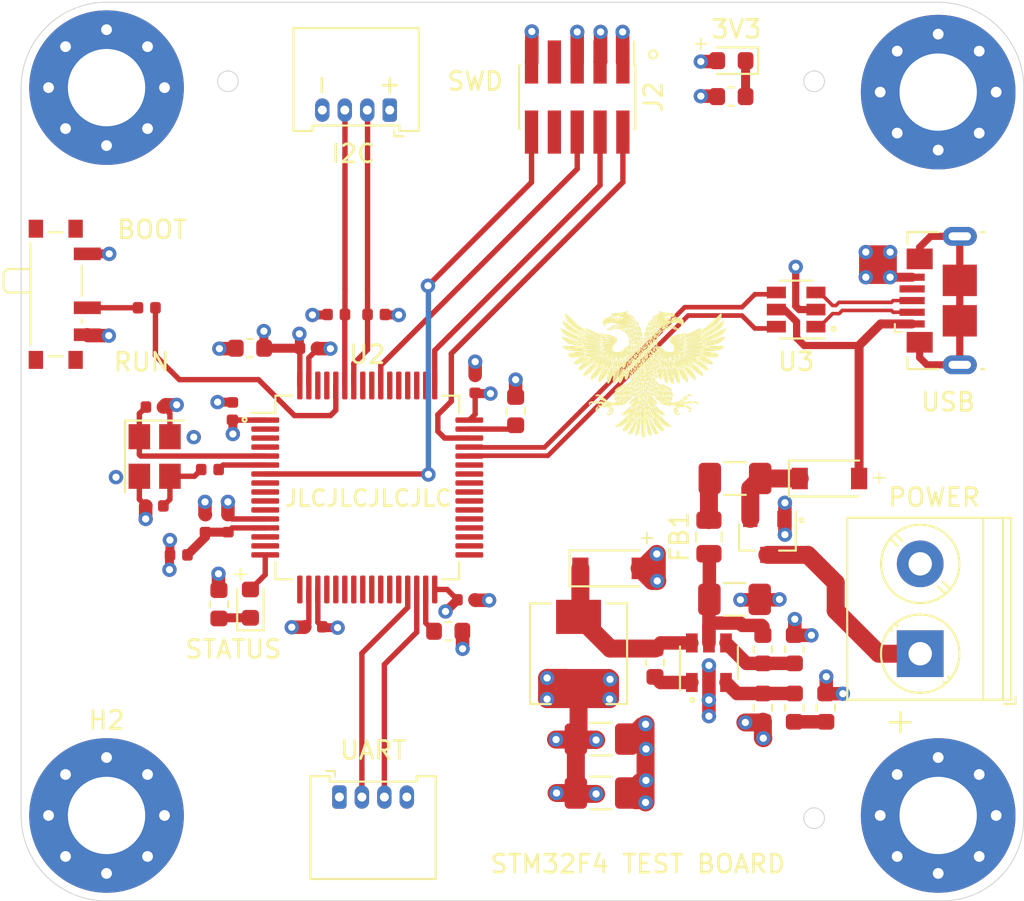
<source format=kicad_pcb>
(kicad_pcb (version 20171130) (host pcbnew "(5.1.6)-1")
  (layers (0 F.Cu signal) (1 In1.Cu power) (2 In2.Cu power) (31 B.Cu signal) (34 B.Paste user) (35 F.Paste user) (36 B.SilkS user) (37 F.SilkS user) (38 B.Mask user) (39 F.Mask user) (44 Edge.Cuts user))
  (net 0 "")
  (net 1 BUCK_IN)
  (net 2 GND)
  (net 3 +3V3)
  (net 4 BUCK_BST)
  (net 5 BUCK_SW)
  (net 6 +3.3VA)
  (net 7 "Net-(C13-Pad1)")
  (net 8 "Net-(C14-Pad1)")
  (net 9 HSE_IN)
  (net 10 "Net-(C16-Pad1)")
  (net 11 +5V)
  (net 12 "Net-(D1-Pad1)")
  (net 13 "Net-(D3-Pad1)")
  (net 14 "Net-(D4-Pad1)")
  (net 15 LED_STATUS)
  (net 16 "Net-(F1-Pad1)")
  (net 17 +12V)
  (net 18 SWDIO)
  (net 19 SWCLK)
  (net 20 SWO)
  (net 21 "Net-(J2-Pad7)")
  (net 22 "Net-(J2-Pad8)")
  (net 23 NRST)
  (net 24 I2C1_SCL)
  (net 25 I2C1_SDA)
  (net 26 USART3_RX)
  (net 27 USART3_TX)
  (net 28 "Net-(J5-Pad6)")
  (net 29 USB_CONN_D-)
  (net 30 "Net-(J5-Pad4)")
  (net 31 USB_CONN_D+)
  (net 32 BUCK_EN)
  (net 33 BUCK_FB)
  (net 34 "Net-(R4-Pad2)")
  (net 35 "Net-(R7-Pad1)")
  (net 36 BOOT0)
  (net 37 HSE_OUT)
  (net 38 "Net-(U2-Pad2)")
  (net 39 "Net-(U2-Pad3)")
  (net 40 "Net-(U2-Pad4)")
  (net 41 "Net-(U2-Pad8)")
  (net 42 "Net-(U2-Pad9)")
  (net 43 "Net-(U2-Pad10)")
  (net 44 "Net-(U2-Pad11)")
  (net 45 "Net-(U2-Pad14)")
  (net 46 "Net-(U2-Pad15)")
  (net 47 "Net-(U2-Pad17)")
  (net 48 "Net-(U2-Pad20)")
  (net 49 "Net-(U2-Pad21)")
  (net 50 "Net-(U2-Pad22)")
  (net 51 "Net-(U2-Pad23)")
  (net 52 "Net-(U2-Pad24)")
  (net 53 "Net-(U2-Pad25)")
  (net 54 "Net-(U2-Pad26)")
  (net 55 "Net-(U2-Pad27)")
  (net 56 "Net-(U2-Pad28)")
  (net 57 "Net-(U2-Pad33)")
  (net 58 "Net-(U2-Pad34)")
  (net 59 "Net-(U2-Pad35)")
  (net 60 "Net-(U2-Pad36)")
  (net 61 "Net-(U2-Pad37)")
  (net 62 "Net-(U2-Pad38)")
  (net 63 "Net-(U2-Pad39)")
  (net 64 "Net-(U2-Pad40)")
  (net 65 "Net-(U2-Pad41)")
  (net 66 "Net-(U2-Pad42)")
  (net 67 "Net-(U2-Pad43)")
  (net 68 USB_D-)
  (net 69 USB_D+)
  (net 70 "Net-(U2-Pad50)")
  (net 71 "Net-(U2-Pad51)")
  (net 72 "Net-(U2-Pad52)")
  (net 73 "Net-(U2-Pad53)")
  (net 74 "Net-(U2-Pad54)")
  (net 75 "Net-(U2-Pad56)")
  (net 76 "Net-(U2-Pad57)")
  (net 77 "Net-(U2-Pad61)")
  (net 78 "Net-(U2-Pad62)")
  (net 79 "Net-(U3-Pad5)")
  (net 80 "Net-(U3-Pad6)")
  (net 81 "Net-(U3-Pad4)")
  (net 82 "Net-(U3-Pad3)")
  (net 83 "Net-(U3-Pad2)")
  (net 84 "Net-(U3-Pad1)")
  (module Graphics:eagle.pretty (layer F.Cu) (at 141.1 74.7)
    (fp_text reference G*** hide)
    (fp_text value LOGO hide)
  )
  (module Connector_PinHeader_1.27mm:PinHeader_2x05_P1.27mm_Vertical_SMD (layer F.Cu) (at 137.425 59.275 270)
    (fp_text reference J2 (at 0 -4.235 90) (layer F.SilkS))
    (fp_text value SWD)
    (pad 10 smd rect (at 1.95 2.54 270) (size 2.4 0.74) (layers F.Cu F.Paste F.Mask) (net 23 NRST))
    (pad 9 smd rect (at -1.95 2.54 270) (size 2.4 0.74) (layers F.Cu F.Paste F.Mask) (net 2 GND))
    (pad 8 smd rect (at 1.95 1.27 270) (size 2.4 0.74) (layers F.Cu F.Paste F.Mask) (net 22 "Net-(J2-Pad8)"))
    (pad 7 smd rect (at -1.95 1.27 270) (size 2.4 0.74) (layers F.Cu F.Paste F.Mask) (net 21 "Net-(J2-Pad7)"))
    (pad 6 smd rect (at 1.95 0 270) (size 2.4 0.74) (layers F.Cu F.Paste F.Mask) (net 20 SWO))
    (pad 5 smd rect (at -1.95 0 270) (size 2.4 0.74) (layers F.Cu F.Paste F.Mask) (net 2 GND))
    (pad 4 smd rect (at 1.95 -1.27 270) (size 2.4 0.74) (layers F.Cu F.Paste F.Mask) (net 19 SWCLK))
    (pad 3 smd rect (at -1.95 -1.27 270) (size 2.4 0.74) (layers F.Cu F.Paste F.Mask) (net 2 GND))
    (pad 2 smd rect (at 1.95 -2.54 270) (size 2.4 0.74) (layers F.Cu F.Paste F.Mask) (net 18 SWDIO))
    (pad 1 smd rect (at -1.95 -2.54 270) (size 2.4 0.74) (layers F.Cu F.Paste F.Mask) (net 3 +3V3))
  )
  (module Connector_USB:USB_Micro-B_GCT_USB3076-30-A (layer F.Cu) (at 157.5 70.6 90)
    (fp_text reference J5)
    (fp_text value USB_B_Micro)
    (pad 6 smd rect (at -2.32 -1.03 90) (size 1.15 1.45) (layers F.Cu F.Paste F.Mask) (net 28 "Net-(J5-Pad6)"))
    (pad 6 smd rect (at 2.32 -1.03 90) (size 1.15 1.45) (layers F.Cu F.Paste F.Mask) (net 28 "Net-(J5-Pad6)"))
    (pad 6 thru_hole oval (at 3.575 1.2 90) (size 1.05 1.9) (drill oval 0.45 1.25) (layers *.Cu *.Mask) (net 28 "Net-(J5-Pad6)"))
    (pad 6 thru_hole oval (at -3.575 1.2 270) (size 1.05 1.9) (drill oval 0.45 1.25) (layers *.Cu *.Mask) (net 28 "Net-(J5-Pad6)"))
    (pad 6 smd rect (at -1.125 1.2 90) (size 1.75 1.9) (layers F.Cu F.Paste F.Mask) (net 28 "Net-(J5-Pad6)"))
    (pad 3 smd rect (at 0 -1.45 90) (size 0.4 1.4) (layers F.Cu F.Paste F.Mask) (net 31 USB_CONN_D+))
    (pad 4 smd rect (at 0.65 -1.45 90) (size 0.4 1.4) (layers F.Cu F.Paste F.Mask) (net 30 "Net-(J5-Pad4)"))
    (pad 5 smd rect (at 1.3 -1.45 90) (size 0.4 1.4) (layers F.Cu F.Paste F.Mask) (net 2 GND))
    (pad 1 smd rect (at -1.3 -1.45 90) (size 0.4 1.4) (layers F.Cu F.Paste F.Mask) (net 11 +5V))
    (pad 2 smd rect (at -0.65 -1.45 90) (size 0.4 1.4) (layers F.Cu F.Paste F.Mask) (net 29 USB_CONN_D-))
    (pad 6 smd rect (at 1.125 1.2 90) (size 1.75 1.9) (layers F.Cu F.Paste F.Mask) (net 28 "Net-(J5-Pad6)"))
  )
  (module Crystal:Crystal_SMD_3225-4Pin_3.2x2.5mm (layer F.Cu) (at 113.925 79.275 270)
    (fp_text reference Y1)
    (fp_text value 16MHz)
    (pad 4 smd rect (at -1.1 -0.85 270) (size 1.4 1.2) (layers F.Cu F.Paste F.Mask) (net 2 GND))
    (pad 3 smd rect (at 1.1 -0.85 270) (size 1.4 1.2) (layers F.Cu F.Paste F.Mask) (net 10 "Net-(C16-Pad1)"))
    (pad 2 smd rect (at 1.1 0.85 270) (size 1.4 1.2) (layers F.Cu F.Paste F.Mask) (net 2 GND))
    (pad 1 smd rect (at -1.1 0.85 270) (size 1.4 1.2) (layers F.Cu F.Paste F.Mask) (net 9 HSE_IN))
  )
  (module Package_TO_SOT_SMD:SOT-23-6 (layer F.Cu) (at 149.6 71.1 180)
    (fp_text reference U3 (at 0 -2.9) (layer F.SilkS))
    (fp_text value USBLC6-2SC6)
    (pad 5 smd rect (at 1.1 0 180) (size 1.06 0.65) (layers F.Cu F.Paste F.Mask) (net 79 "Net-(U3-Pad5)"))
    (pad 6 smd rect (at 1.1 -0.95 180) (size 1.06 0.65) (layers F.Cu F.Paste F.Mask) (net 80 "Net-(U3-Pad6)"))
    (pad 4 smd rect (at 1.1 0.95 180) (size 1.06 0.65) (layers F.Cu F.Paste F.Mask) (net 81 "Net-(U3-Pad4)"))
    (pad 3 smd rect (at -1.1 0.95 180) (size 1.06 0.65) (layers F.Cu F.Paste F.Mask) (net 82 "Net-(U3-Pad3)"))
    (pad 2 smd rect (at -1.1 0 180) (size 1.06 0.65) (layers F.Cu F.Paste F.Mask) (net 83 "Net-(U3-Pad2)"))
    (pad 1 smd rect (at -1.1 -0.95 180) (size 1.06 0.65) (layers F.Cu F.Paste F.Mask) (net 84 "Net-(U3-Pad1)"))
  )
  (module Package_QFP:LQFP-64_10x10mm_P0.5mm (layer F.Cu) (at 125.75 81)
    (fp_text reference U2 (at 0 -7.4) (layer F.SilkS))
    (fp_text value STM32F405RGT6)
    (pad 64 smd roundrect (at -3.75 -5.675) (size 0.3 1.55) (layers F.Cu F.Paste F.Mask) (net 3 +3V3))
    (pad 63 smd roundrect (at -3.25 -5.675) (size 0.3 1.55) (layers F.Cu F.Paste F.Mask) (net 2 GND))
    (pad 62 smd roundrect (at -2.75 -5.675) (size 0.3 1.55) (layers F.Cu F.Paste F.Mask) (net 78 "Net-(U2-Pad62)"))
    (pad 61 smd roundrect (at -2.25 -5.675) (size 0.3 1.55) (layers F.Cu F.Paste F.Mask) (net 77 "Net-(U2-Pad61)"))
    (pad 60 smd roundrect (at -1.75 -5.675) (size 0.3 1.55) (layers F.Cu F.Paste F.Mask) (net 36 BOOT0))
    (pad 59 smd roundrect (at -1.25 -5.675) (size 0.3 1.55) (layers F.Cu F.Paste F.Mask) (net 25 I2C1_SDA))
    (pad 58 smd roundrect (at -0.75 -5.675) (size 0.3 1.55) (layers F.Cu F.Paste F.Mask) (net 24 I2C1_SCL))
    (pad 57 smd roundrect (at -0.25 -5.675) (size 0.3 1.55) (layers F.Cu F.Paste F.Mask) (net 76 "Net-(U2-Pad57)"))
    (pad 56 smd roundrect (at 0.25 -5.675) (size 0.3 1.55) (layers F.Cu F.Paste F.Mask) (net 75 "Net-(U2-Pad56)"))
    (pad 55 smd roundrect (at 0.75 -5.675) (size 0.3 1.55) (layers F.Cu F.Paste F.Mask) (net 20 SWO))
    (pad 54 smd roundrect (at 1.25 -5.675) (size 0.3 1.55) (layers F.Cu F.Paste F.Mask) (net 74 "Net-(U2-Pad54)"))
    (pad 53 smd roundrect (at 1.75 -5.675) (size 0.3 1.55) (layers F.Cu F.Paste F.Mask) (net 73 "Net-(U2-Pad53)"))
    (pad 52 smd roundrect (at 2.25 -5.675) (size 0.3 1.55) (layers F.Cu F.Paste F.Mask) (net 72 "Net-(U2-Pad52)"))
    (pad 51 smd roundrect (at 2.75 -5.675) (size 0.3 1.55) (layers F.Cu F.Paste F.Mask) (net 71 "Net-(U2-Pad51)"))
    (pad 50 smd roundrect (at 3.25 -5.675) (size 0.3 1.55) (layers F.Cu F.Paste F.Mask) (net 70 "Net-(U2-Pad50)"))
    (pad 49 smd roundrect (at 3.75 -5.675) (size 0.3 1.55) (layers F.Cu F.Paste F.Mask) (net 19 SWCLK))
    (pad 48 smd roundrect (at 5.675 -3.75) (size 1.55 0.3) (layers F.Cu F.Paste F.Mask) (net 3 +3V3))
    (pad 47 smd roundrect (at 5.675 -3.25) (size 1.55 0.3) (layers F.Cu F.Paste F.Mask) (net 8 "Net-(C14-Pad1)"))
    (pad 46 smd roundrect (at 5.675 -2.75) (size 1.55 0.3) (layers F.Cu F.Paste F.Mask) (net 18 SWDIO))
    (pad 45 smd roundrect (at 5.675 -2.25) (size 1.55 0.3) (layers F.Cu F.Paste F.Mask) (net 69 USB_D+))
    (pad 44 smd roundrect (at 5.675 -1.75) (size 1.55 0.3) (layers F.Cu F.Paste F.Mask) (net 68 USB_D-))
    (pad 43 smd roundrect (at 5.675 -1.25) (size 1.55 0.3) (layers F.Cu F.Paste F.Mask) (net 67 "Net-(U2-Pad43)"))
    (pad 42 smd roundrect (at 5.675 -0.75) (size 1.55 0.3) (layers F.Cu F.Paste F.Mask) (net 66 "Net-(U2-Pad42)"))
    (pad 41 smd roundrect (at 5.675 -0.25) (size 1.55 0.3) (layers F.Cu F.Paste F.Mask) (net 65 "Net-(U2-Pad41)"))
    (pad 40 smd roundrect (at 5.675 0.25) (size 1.55 0.3) (layers F.Cu F.Paste F.Mask) (net 64 "Net-(U2-Pad40)"))
    (pad 39 smd roundrect (at 5.675 0.75) (size 1.55 0.3) (layers F.Cu F.Paste F.Mask) (net 63 "Net-(U2-Pad39)"))
    (pad 38 smd roundrect (at 5.675 1.25) (size 1.55 0.3) (layers F.Cu F.Paste F.Mask) (net 62 "Net-(U2-Pad38)"))
    (pad 37 smd roundrect (at 5.675 1.75) (size 1.55 0.3) (layers F.Cu F.Paste F.Mask) (net 61 "Net-(U2-Pad37)"))
    (pad 36 smd roundrect (at 5.675 2.25) (size 1.55 0.3) (layers F.Cu F.Paste F.Mask) (net 60 "Net-(U2-Pad36)"))
    (pad 35 smd roundrect (at 5.675 2.75) (size 1.55 0.3) (layers F.Cu F.Paste F.Mask) (net 59 "Net-(U2-Pad35)"))
    (pad 34 smd roundrect (at 5.675 3.25) (size 1.55 0.3) (layers F.Cu F.Paste F.Mask) (net 58 "Net-(U2-Pad34)"))
    (pad 33 smd roundrect (at 5.675 3.75) (size 1.55 0.3) (layers F.Cu F.Paste F.Mask) (net 57 "Net-(U2-Pad33)"))
    (pad 32 smd roundrect (at 3.75 5.675) (size 0.3 1.55) (layers F.Cu F.Paste F.Mask) (net 3 +3V3))
    (pad 31 smd roundrect (at 3.25 5.675) (size 0.3 1.55) (layers F.Cu F.Paste F.Mask) (net 7 "Net-(C13-Pad1)"))
    (pad 30 smd roundrect (at 2.75 5.675) (size 0.3 1.55) (layers F.Cu F.Paste F.Mask) (net 26 USART3_RX))
    (pad 29 smd roundrect (at 2.25 5.675) (size 0.3 1.55) (layers F.Cu F.Paste F.Mask) (net 27 USART3_TX))
    (pad 28 smd roundrect (at 1.75 5.675) (size 0.3 1.55) (layers F.Cu F.Paste F.Mask) (net 56 "Net-(U2-Pad28)"))
    (pad 27 smd roundrect (at 1.25 5.675) (size 0.3 1.55) (layers F.Cu F.Paste F.Mask) (net 55 "Net-(U2-Pad27)"))
    (pad 26 smd roundrect (at 0.75 5.675) (size 0.3 1.55) (layers F.Cu F.Paste F.Mask) (net 54 "Net-(U2-Pad26)"))
    (pad 25 smd roundrect (at 0.25 5.675) (size 0.3 1.55) (layers F.Cu F.Paste F.Mask) (net 53 "Net-(U2-Pad25)"))
    (pad 24 smd roundrect (at -0.25 5.675) (size 0.3 1.55) (layers F.Cu F.Paste F.Mask) (net 52 "Net-(U2-Pad24)"))
    (pad 23 smd roundrect (at -0.75 5.675) (size 0.3 1.55) (layers F.Cu F.Paste F.Mask) (net 51 "Net-(U2-Pad23)"))
    (pad 22 smd roundrect (at -1.25 5.675) (size 0.3 1.55) (layers F.Cu F.Paste F.Mask) (net 50 "Net-(U2-Pad22)"))
    (pad 21 smd roundrect (at -1.75 5.675) (size 0.3 1.55) (layers F.Cu F.Paste F.Mask) (net 49 "Net-(U2-Pad21)"))
    (pad 20 smd roundrect (at -2.25 5.675) (size 0.3 1.55) (layers F.Cu F.Paste F.Mask) (net 48 "Net-(U2-Pad20)"))
    (pad 19 smd roundrect (at -2.75 5.675) (size 0.3 1.55) (layers F.Cu F.Paste F.Mask) (net 3 +3V3))
    (pad 18 smd roundrect (at -3.25 5.675) (size 0.3 1.55) (layers F.Cu F.Paste F.Mask) (net 2 GND))
    (pad 17 smd roundrect (at -3.75 5.675) (size 0.3 1.55) (layers F.Cu F.Paste F.Mask) (net 47 "Net-(U2-Pad17)"))
    (pad 16 smd roundrect (at -5.675 3.75) (size 1.55 0.3) (layers F.Cu F.Paste F.Mask) (net 15 LED_STATUS))
    (pad 15 smd roundrect (at -5.675 3.25) (size 1.55 0.3) (layers F.Cu F.Paste F.Mask) (net 46 "Net-(U2-Pad15)"))
    (pad 14 smd roundrect (at -5.675 2.75) (size 1.55 0.3) (layers F.Cu F.Paste F.Mask) (net 45 "Net-(U2-Pad14)"))
    (pad 13 smd roundrect (at -5.675 2.25) (size 1.55 0.3) (layers F.Cu F.Paste F.Mask) (net 6 +3.3VA))
    (pad 12 smd roundrect (at -5.675 1.75) (size 1.55 0.3) (layers F.Cu F.Paste F.Mask) (net 2 GND))
    (pad 11 smd roundrect (at -5.675 1.25) (size 1.55 0.3) (layers F.Cu F.Paste F.Mask) (net 44 "Net-(U2-Pad11)"))
    (pad 10 smd roundrect (at -5.675 0.75) (size 1.55 0.3) (layers F.Cu F.Paste F.Mask) (net 43 "Net-(U2-Pad10)"))
    (pad 9 smd roundrect (at -5.675 0.25) (size 1.55 0.3) (layers F.Cu F.Paste F.Mask) (net 42 "Net-(U2-Pad9)"))
    (pad 8 smd roundrect (at -5.675 -0.25) (size 1.55 0.3) (layers F.Cu F.Paste F.Mask) (net 41 "Net-(U2-Pad8)"))
    (pad 7 smd roundrect (at -5.675 -0.75) (size 1.55 0.3) (layers F.Cu F.Paste F.Mask) (net 23 NRST))
    (pad 6 smd roundrect (at -5.675 -1.25) (size 1.55 0.3) (layers F.Cu F.Paste F.Mask) (net 37 HSE_OUT))
    (pad 5 smd roundrect (at -5.675 -1.75) (size 1.55 0.3) (layers F.Cu F.Paste F.Mask) (net 9 HSE_IN))
    (pad 4 smd roundrect (at -5.675 -2.25) (size 1.55 0.3) (layers F.Cu F.Paste F.Mask) (net 40 "Net-(U2-Pad4)"))
    (pad 3 smd roundrect (at -5.675 -2.75) (size 1.55 0.3) (layers F.Cu F.Paste F.Mask) (net 39 "Net-(U2-Pad3)"))
    (pad 2 smd roundrect (at -5.675 -3.25) (size 1.55 0.3) (layers F.Cu F.Paste F.Mask) (net 38 "Net-(U2-Pad2)"))
    (pad 1 smd roundrect (at -5.675 -3.75) (size 1.55 0.3) (layers F.Cu F.Paste F.Mask) (net 3 +3V3))
  )
  (module Package_TO_SOT_SMD:SOT-23-6 (layer F.Cu) (at 144.75 90.75 90)
    (fp_text reference U1)
    (fp_text value MP2359DJ-LF-Z)
    (pad 5 smd rect (at 1.1 0 90) (size 1.06 0.65) (layers F.Cu F.Paste F.Mask) (net 1 BUCK_IN))
    (pad 6 smd rect (at 1.1 -0.95 90) (size 1.06 0.65) (layers F.Cu F.Paste F.Mask) (net 5 BUCK_SW))
    (pad 4 smd rect (at 1.1 0.95 90) (size 1.06 0.65) (layers F.Cu F.Paste F.Mask) (net 32 BUCK_EN))
    (pad 3 smd rect (at -1.1 0.95 90) (size 1.06 0.65) (layers F.Cu F.Paste F.Mask) (net 33 BUCK_FB))
    (pad 2 smd rect (at -1.1 0 90) (size 1.06 0.65) (layers F.Cu F.Paste F.Mask) (net 2 GND))
    (pad 1 smd rect (at -1.1 -0.95 90) (size 1.06 0.65) (layers F.Cu F.Paste F.Mask) (net 4 BUCK_BST))
  )
  (module Button_Switch_SMD:SW_SPDT_PCM12 (layer F.Cu) (at 108.75 70.25 270)
    (fp_text reference SW1)
    (fp_text value SW_SPDT)
    (pad "" smd rect (at -3.65 -0.78 270) (size 1 0.8) (layers F.Cu F.Paste F.Mask))
    (pad "" smd rect (at 3.65 -0.78 270) (size 1 0.8) (layers F.Cu F.Paste F.Mask))
    (pad "" smd rect (at 3.65 1.43 270) (size 1 0.8) (layers F.Cu F.Paste F.Mask))
    (pad "" smd rect (at -3.65 1.43 270) (size 1 0.8) (layers F.Cu F.Paste F.Mask))
    (pad 3 smd rect (at 2.25 -1.43 270) (size 0.7 1.5) (layers F.Cu F.Paste F.Mask) (net 2 GND))
    (pad 2 smd rect (at 0.75 -1.43 270) (size 0.7 1.5) (layers F.Cu F.Paste F.Mask) (net 35 "Net-(R7-Pad1)"))
    (pad 1 smd rect (at -2.25 -1.43 270) (size 0.7 1.5) (layers F.Cu F.Paste F.Mask) (net 3 +3V3))
    (pad "" np_thru_hole circle (at 1.5 0.33 270) (size 0.9 0.9) (drill 0.9) (layers *.Cu *.Mask))
    (pad "" np_thru_hole circle (at -1.5 0.33 270) (size 0.9 0.9) (drill 0.9) (layers *.Cu *.Mask))
  )
  (module Resistor_SMD:R_0402_1005Metric (layer F.Cu) (at 124.025 71.375)
    (fp_text reference R11)
    (fp_text value 2k2)
    (pad 2 smd roundrect (at 0.485 0) (size 0.59 0.64) (layers F.Cu F.Paste F.Mask) (net 25 I2C1_SDA))
    (pad 1 smd roundrect (at -0.485 0) (size 0.59 0.64) (layers F.Cu F.Paste F.Mask) (net 3 +3V3))
  )
  (module Resistor_SMD:R_0402_1005Metric (layer F.Cu) (at 126.25 71.375 180)
    (fp_text reference R10)
    (fp_text value 2k2)
    (pad 2 smd roundrect (at 0.485 0 180) (size 0.59 0.64) (layers F.Cu F.Paste F.Mask) (net 24 I2C1_SCL))
    (pad 1 smd roundrect (at -0.485 0 180) (size 0.59 0.64) (layers F.Cu F.Paste F.Mask) (net 3 +3V3))
  )
  (module Resistor_SMD:R_0603_1608Metric (layer F.Cu) (at 117.5 87.5 90)
    (fp_text reference R9)
    (fp_text value 1k5)
    (pad 2 smd roundrect (at 0.7875 0 90) (size 0.875 0.95) (layers F.Cu F.Paste F.Mask) (net 2 GND))
    (pad 1 smd roundrect (at -0.7875 0 90) (size 0.875 0.95) (layers F.Cu F.Paste F.Mask) (net 14 "Net-(D4-Pad1)"))
  )
  (module Resistor_SMD:R_0402_1005Metric (layer F.Cu) (at 117 80 180)
    (fp_text reference R8)
    (fp_text value 47)
    (pad 2 smd roundrect (at 0.485 0 180) (size 0.59 0.64) (layers F.Cu F.Paste F.Mask) (net 10 "Net-(C16-Pad1)"))
    (pad 1 smd roundrect (at -0.485 0 180) (size 0.59 0.64) (layers F.Cu F.Paste F.Mask) (net 37 HSE_OUT))
  )
  (module Resistor_SMD:R_0402_1005Metric (layer F.Cu) (at 113.485 71)
    (fp_text reference R7)
    (fp_text value 10k)
    (pad 2 smd roundrect (at 0.485 0) (size 0.59 0.64) (layers F.Cu F.Paste F.Mask) (net 36 BOOT0))
    (pad 1 smd roundrect (at -0.485 0) (size 0.59 0.64) (layers F.Cu F.Paste F.Mask) (net 35 "Net-(R7-Pad1)"))
  )
  (module Resistor_SMD:R_0603_1608Metric (layer F.Cu) (at 146 59.25 180)
    (fp_text reference R6)
    (fp_text value 1k)
    (pad 2 smd roundrect (at 0.7875 0 180) (size 0.875 0.95) (layers F.Cu F.Paste F.Mask) (net 2 GND))
    (pad 1 smd roundrect (at -0.7875 0 180) (size 0.875 0.95) (layers F.Cu F.Paste F.Mask) (net 13 "Net-(D3-Pad1)"))
  )
  (module Resistor_SMD:R_0603_1608Metric (layer F.Cu) (at 151.25 93.25 90)
    (fp_text reference R5)
    (fp_text value 270)
    (pad 2 smd roundrect (at 0.7875 0 90) (size 0.875 0.95) (layers F.Cu F.Paste F.Mask) (net 2 GND))
    (pad 1 smd roundrect (at -0.7875 0 90) (size 0.875 0.95) (layers F.Cu F.Paste F.Mask) (net 34 "Net-(R4-Pad2)"))
  )
  (module Resistor_SMD:R_0603_1608Metric (layer F.Cu) (at 149.5 93.25 270)
    (fp_text reference R4)
    (fp_text value 15k)
    (pad 2 smd roundrect (at 0.7875 0 270) (size 0.875 0.95) (layers F.Cu F.Paste F.Mask) (net 34 "Net-(R4-Pad2)"))
    (pad 1 smd roundrect (at -0.7875 0 270) (size 0.875 0.95) (layers F.Cu F.Paste F.Mask) (net 33 BUCK_FB))
  )
  (module Resistor_SMD:R_0603_1608Metric (layer F.Cu) (at 147.75 93.25 90)
    (fp_text reference R3)
    (fp_text value 47k)
    (pad 2 smd roundrect (at 0.7875 0 90) (size 0.875 0.95) (layers F.Cu F.Paste F.Mask) (net 33 BUCK_FB))
    (pad 1 smd roundrect (at -0.7875 0 90) (size 0.875 0.95) (layers F.Cu F.Paste F.Mask) (net 3 +3V3))
  )
  (module Resistor_SMD:R_0603_1608Metric (layer F.Cu) (at 149.5 90 90)
    (fp_text reference R2)
    (fp_text value 68k)
    (pad 2 smd roundrect (at 0.7875 0 90) (size 0.875 0.95) (layers F.Cu F.Paste F.Mask) (net 2 GND))
    (pad 1 smd roundrect (at -0.7875 0 90) (size 0.875 0.95) (layers F.Cu F.Paste F.Mask) (net 32 BUCK_EN))
  )
  (module Resistor_SMD:R_0603_1608Metric (layer F.Cu) (at 147.75 90 270)
    (fp_text reference R1)
    (fp_text value 100k)
    (pad 2 smd roundrect (at 0.7875 0 270) (size 0.875 0.95) (layers F.Cu F.Paste F.Mask) (net 32 BUCK_EN))
    (pad 1 smd roundrect (at -0.7875 0 270) (size 0.875 0.95) (layers F.Cu F.Paste F.Mask) (net 1 BUCK_IN))
  )
  (module Package_TO_SOT_SMD:SOT-23 (layer F.Cu) (at 148 83.75 270)
    (fp_text reference Q1)
    (fp_text value AO3401A)
    (pad 3 smd rect (at 1 0 270) (size 0.9 0.8) (layers F.Cu F.Paste F.Mask) (net 17 +12V))
    (pad 2 smd rect (at -1 0.95 270) (size 0.9 0.8) (layers F.Cu F.Paste F.Mask) (net 12 "Net-(D1-Pad1)"))
    (pad 1 smd rect (at -1 -0.95 270) (size 0.9 0.8) (layers F.Cu F.Paste F.Mask) (net 2 GND))
  )
  (module Inductor_SMD:L_0402_1005Metric (layer F.Cu) (at 115.265 84.75)
    (fp_text reference L2)
    (fp_text value 39n)
    (pad 2 smd roundrect (at 0.485 0) (size 0.59 0.64) (layers F.Cu F.Paste F.Mask) (net 6 +3.3VA))
    (pad 1 smd roundrect (at -0.485 0) (size 0.59 0.64) (layers F.Cu F.Paste F.Mask) (net 3 +3V3))
  )
  (module Inductor_SMD:L_Sunlord_MWSA0518_5.4x5.2mm (layer F.Cu) (at 137.5 90.25 270)
    (fp_text reference L1)
    (fp_text value 10u)
    (pad 2 smd rect (at 2.05 0 270) (size 1.9 2.5) (layers F.Cu F.Paste F.Mask) (net 3 +3V3))
    (pad 1 smd rect (at -2.05 0 270) (size 1.9 2.5) (layers F.Cu F.Paste F.Mask) (net 5 BUCK_SW))
  )
  (module Connector_Molex:Molex_PicoBlade_53048-0410_1x04_P1.25mm_Horizontal (layer F.Cu) (at 124.2 98.225)
    (fp_text reference J4)
    (fp_text value Conn_01x04)
    (pad 4 thru_hole oval (at 3.75 0) (size 0.8 1.3) (drill 0.5) (layers *.Cu *.Mask) (net 2 GND))
    (pad 3 thru_hole oval (at 2.5 0) (size 0.8 1.3) (drill 0.5) (layers *.Cu *.Mask) (net 26 USART3_RX))
    (pad 2 thru_hole oval (at 1.25 0) (size 0.8 1.3) (drill 0.5) (layers *.Cu *.Mask) (net 27 USART3_TX))
    (pad 1 thru_hole roundrect (at 0 0) (size 0.8 1.3) (drill 0.5) (layers *.Cu *.Mask) (net 3 +3V3))
  )
  (module Connector_Molex:Molex_PicoBlade_53048-0410_1x04_P1.25mm_Horizontal (layer F.Cu) (at 127 60 180)
    (fp_text reference J3)
    (fp_text value Conn_01x04)
    (pad 4 thru_hole oval (at 3.75 0 180) (size 0.8 1.3) (drill 0.5) (layers *.Cu *.Mask) (net 2 GND))
    (pad 3 thru_hole oval (at 2.5 0 180) (size 0.8 1.3) (drill 0.5) (layers *.Cu *.Mask) (net 25 I2C1_SDA))
    (pad 2 thru_hole oval (at 1.25 0 180) (size 0.8 1.3) (drill 0.5) (layers *.Cu *.Mask) (net 24 I2C1_SCL))
    (pad 1 thru_hole roundrect (at 0 0 180) (size 0.8 1.3) (drill 0.5) (layers *.Cu *.Mask) (net 3 +3V3))
  )
  (module TerminalBlock_Phoenix:TerminalBlock_Phoenix_PT-1,5-2-5.0-H_1x02_P5.00mm_Horizontal (layer F.Cu) (at 156.5 90.25 90)
    (fp_text reference J1)
    (fp_text value Screw_Terminal_01x02)
    (pad 2 thru_hole circle (at 5 0 90) (size 2.6 2.6) (drill 1.3) (layers *.Cu *.Mask) (net 2 GND))
    (pad 1 thru_hole rect (at 0 0 90) (size 2.6 2.6) (drill 1.3) (layers *.Cu *.Mask) (net 17 +12V))
  )
  (module MountingHole:MountingHole_4.3mm_M4_Pad_Via (layer F.Cu) (at 157.5 99.25)
    (fp_text reference H4)
    (fp_text value MountingHole_Pad)
    (pad 1 thru_hole circle (at 2.280419 -2.280419) (size 0.9 0.9) (drill 0.6) (layers *.Cu *.Mask) (net 2 GND))
    (pad 1 thru_hole circle (at 0 -3.225) (size 0.9 0.9) (drill 0.6) (layers *.Cu *.Mask) (net 2 GND))
    (pad 1 thru_hole circle (at -2.280419 -2.280419) (size 0.9 0.9) (drill 0.6) (layers *.Cu *.Mask) (net 2 GND))
    (pad 1 thru_hole circle (at -3.225 0) (size 0.9 0.9) (drill 0.6) (layers *.Cu *.Mask) (net 2 GND))
    (pad 1 thru_hole circle (at -2.280419 2.280419) (size 0.9 0.9) (drill 0.6) (layers *.Cu *.Mask) (net 2 GND))
    (pad 1 thru_hole circle (at 0 3.225) (size 0.9 0.9) (drill 0.6) (layers *.Cu *.Mask) (net 2 GND))
    (pad 1 thru_hole circle (at 2.280419 2.280419) (size 0.9 0.9) (drill 0.6) (layers *.Cu *.Mask) (net 2 GND))
    (pad 1 thru_hole circle (at 3.225 0) (size 0.9 0.9) (drill 0.6) (layers *.Cu *.Mask) (net 2 GND))
    (pad 1 thru_hole circle (at 0 0) (size 8.6 8.6) (drill 4.3) (layers *.Cu *.Mask) (net 2 GND))
  )
  (module MountingHole:MountingHole_4.3mm_M4_Pad_Via (layer F.Cu) (at 111.25 58.75)
    (fp_text reference H3)
    (fp_text value MountingHole_Pad)
    (pad 1 thru_hole circle (at 2.280419 -2.280419) (size 0.9 0.9) (drill 0.6) (layers *.Cu *.Mask) (net 2 GND))
    (pad 1 thru_hole circle (at 0 -3.225) (size 0.9 0.9) (drill 0.6) (layers *.Cu *.Mask) (net 2 GND))
    (pad 1 thru_hole circle (at -2.280419 -2.280419) (size 0.9 0.9) (drill 0.6) (layers *.Cu *.Mask) (net 2 GND))
    (pad 1 thru_hole circle (at -3.225 0) (size 0.9 0.9) (drill 0.6) (layers *.Cu *.Mask) (net 2 GND))
    (pad 1 thru_hole circle (at -2.280419 2.280419) (size 0.9 0.9) (drill 0.6) (layers *.Cu *.Mask) (net 2 GND))
    (pad 1 thru_hole circle (at 0 3.225) (size 0.9 0.9) (drill 0.6) (layers *.Cu *.Mask) (net 2 GND))
    (pad 1 thru_hole circle (at 2.280419 2.280419) (size 0.9 0.9) (drill 0.6) (layers *.Cu *.Mask) (net 2 GND))
    (pad 1 thru_hole circle (at 3.225 0) (size 0.9 0.9) (drill 0.6) (layers *.Cu *.Mask) (net 2 GND))
    (pad 1 thru_hole circle (at 0 0) (size 8.6 8.6) (drill 4.3) (layers *.Cu *.Mask) (net 2 GND))
  )
  (module MountingHole:MountingHole_4.3mm_M4_Pad_Via (layer F.Cu) (at 111.25 99.25)
    (fp_text reference H2 (at 0 -5.3) (layer F.SilkS))
    (fp_text value MountingHole_Pad)
    (pad 1 thru_hole circle (at 2.280419 -2.280419) (size 0.9 0.9) (drill 0.6) (layers *.Cu *.Mask) (net 2 GND))
    (pad 1 thru_hole circle (at 0 -3.225) (size 0.9 0.9) (drill 0.6) (layers *.Cu *.Mask) (net 2 GND))
    (pad 1 thru_hole circle (at -2.280419 -2.280419) (size 0.9 0.9) (drill 0.6) (layers *.Cu *.Mask) (net 2 GND))
    (pad 1 thru_hole circle (at -3.225 0) (size 0.9 0.9) (drill 0.6) (layers *.Cu *.Mask) (net 2 GND))
    (pad 1 thru_hole circle (at -2.280419 2.280419) (size 0.9 0.9) (drill 0.6) (layers *.Cu *.Mask) (net 2 GND))
    (pad 1 thru_hole circle (at 0 3.225) (size 0.9 0.9) (drill 0.6) (layers *.Cu *.Mask) (net 2 GND))
    (pad 1 thru_hole circle (at 2.280419 2.280419) (size 0.9 0.9) (drill 0.6) (layers *.Cu *.Mask) (net 2 GND))
    (pad 1 thru_hole circle (at 3.225 0) (size 0.9 0.9) (drill 0.6) (layers *.Cu *.Mask) (net 2 GND))
    (pad 1 thru_hole circle (at 0 0) (size 8.6 8.6) (drill 4.3) (layers *.Cu *.Mask) (net 2 GND))
  )
  (module MountingHole:MountingHole_4.3mm_M4_Pad_Via (layer F.Cu) (at 157.5 59)
    (fp_text reference H1)
    (fp_text value MountingHole_Pad)
    (pad 1 thru_hole circle (at 2.280419 -2.280419) (size 0.9 0.9) (drill 0.6) (layers *.Cu *.Mask) (net 2 GND))
    (pad 1 thru_hole circle (at 0 -3.225) (size 0.9 0.9) (drill 0.6) (layers *.Cu *.Mask) (net 2 GND))
    (pad 1 thru_hole circle (at -2.280419 -2.280419) (size 0.9 0.9) (drill 0.6) (layers *.Cu *.Mask) (net 2 GND))
    (pad 1 thru_hole circle (at -3.225 0) (size 0.9 0.9) (drill 0.6) (layers *.Cu *.Mask) (net 2 GND))
    (pad 1 thru_hole circle (at -2.280419 2.280419) (size 0.9 0.9) (drill 0.6) (layers *.Cu *.Mask) (net 2 GND))
    (pad 1 thru_hole circle (at 0 3.225) (size 0.9 0.9) (drill 0.6) (layers *.Cu *.Mask) (net 2 GND))
    (pad 1 thru_hole circle (at 2.280419 2.280419) (size 0.9 0.9) (drill 0.6) (layers *.Cu *.Mask) (net 2 GND))
    (pad 1 thru_hole circle (at 3.225 0) (size 0.9 0.9) (drill 0.6) (layers *.Cu *.Mask) (net 2 GND))
    (pad 1 thru_hole circle (at 0 0) (size 8.6 8.6) (drill 4.3) (layers *.Cu *.Mask) (net 2 GND))
  )
  (module Inductor_SMD:L_0805_2012Metric (layer F.Cu) (at 144.75 83.75 90)
    (fp_text reference FB1 (at 0 -1.65 90) (layer F.SilkS))
    (fp_text value "600 @ 600 MHz")
    (pad 2 smd roundrect (at 0.9375 0 90) (size 0.975 1.4) (layers F.Cu F.Paste F.Mask) (net 16 "Net-(F1-Pad1)"))
    (pad 1 smd roundrect (at -0.9375 0 90) (size 0.975 1.4) (layers F.Cu F.Paste F.Mask) (net 1 BUCK_IN))
  )
  (module Fuse:Fuse_1206_3216Metric (layer F.Cu) (at 146.2 80.5)
    (fp_text reference F1)
    (fp_text value 250mA)
    (pad 2 smd roundrect (at 1.4 0) (size 1.25 1.75) (layers F.Cu F.Paste F.Mask) (roundrect_rratio 0.2) (net 12 "Net-(D1-Pad1)"))
    (pad 1 smd roundrect (at -1.4 0) (size 1.25 1.75) (layers F.Cu F.Paste F.Mask) (roundrect_rratio 0.2) (net 16 "Net-(F1-Pad1)"))
  )
  (module LED_SMD:LED_0603_1608Metric (layer F.Cu) (at 119.25 87.4625 90)
    (fp_text reference D4)
    (fp_text value BLUE)
    (pad 2 smd roundrect (at 0.7875 0 90) (size 0.875 0.95) (layers F.Cu F.Paste F.Mask) (net 15 LED_STATUS))
    (pad 1 smd roundrect (at -0.7875 0 90) (size 0.875 0.95) (layers F.Cu F.Paste F.Mask) (net 14 "Net-(D4-Pad1)"))
  )
  (module LED_SMD:LED_0603_1608Metric (layer F.Cu) (at 146 57.25 180)
    (fp_text reference D3)
    (fp_text value RED)
    (pad 2 smd roundrect (at 0.7875 0 180) (size 0.875 0.95) (layers F.Cu F.Paste F.Mask) (net 3 +3V3))
    (pad 1 smd roundrect (at -0.7875 0 180) (size 0.875 0.95) (layers F.Cu F.Paste F.Mask) (net 13 "Net-(D3-Pad1)"))
  )
  (module Diode_SMD:D_SOD-123 (layer F.Cu) (at 139.25 85.5)
    (fp_text reference D2)
    (fp_text value B5819W)
    (pad 2 smd rect (at 1.65 0) (size 0.9 1.2) (layers F.Cu F.Paste F.Mask) (net 2 GND))
    (pad 1 smd rect (at -1.65 0) (size 0.9 1.2) (layers F.Cu F.Paste F.Mask) (net 5 BUCK_SW))
  )
  (module Diode_SMD:D_SOD-123 (layer F.Cu) (at 151.45 80.5)
    (fp_text reference D1)
    (fp_text value B5819W)
    (pad 2 smd rect (at 1.65 0) (size 0.9 1.2) (layers F.Cu F.Paste F.Mask) (net 11 +5V))
    (pad 1 smd rect (at -1.65 0) (size 0.9 1.2) (layers F.Cu F.Paste F.Mask) (net 12 "Net-(D1-Pad1)"))
  )
  (module Capacitor_SMD:C_0402_1005Metric (layer F.Cu) (at 113.925 82.025 180)
    (fp_text reference C16)
    (fp_text value 12p)
    (pad 2 smd roundrect (at 0.485 0 180) (size 0.59 0.64) (layers F.Cu F.Paste F.Mask) (net 2 GND))
    (pad 1 smd roundrect (at -0.485 0 180) (size 0.59 0.64) (layers F.Cu F.Paste F.Mask) (net 10 "Net-(C16-Pad1)"))
  )
  (module Capacitor_SMD:C_0402_1005Metric (layer F.Cu) (at 113.925 76.525)
    (fp_text reference C15)
    (fp_text value 12p)
    (pad 2 smd roundrect (at 0.485 0) (size 0.59 0.64) (layers F.Cu F.Paste F.Mask) (net 2 GND))
    (pad 1 smd roundrect (at -0.485 0) (size 0.59 0.64) (layers F.Cu F.Paste F.Mask) (net 9 HSE_IN))
  )
  (module Capacitor_SMD:C_0603_1608Metric (layer F.Cu) (at 134 76.75 90)
    (fp_text reference C14)
    (fp_text value 2u2)
    (pad 2 smd roundrect (at 0.7875 0 90) (size 0.875 0.95) (layers F.Cu F.Paste F.Mask) (net 2 GND))
    (pad 1 smd roundrect (at -0.7875 0 90) (size 0.875 0.95) (layers F.Cu F.Paste F.Mask) (net 8 "Net-(C14-Pad1)"))
  )
  (module Capacitor_SMD:C_0603_1608Metric (layer F.Cu) (at 130.25 89)
    (fp_text reference C13)
    (fp_text value 2u2)
    (pad 2 smd roundrect (at 0.7875 0) (size 0.875 0.95) (layers F.Cu F.Paste F.Mask) (net 2 GND))
    (pad 1 smd roundrect (at -0.7875 0) (size 0.875 0.95) (layers F.Cu F.Paste F.Mask) (net 7 "Net-(C13-Pad1)"))
  )
  (module Capacitor_SMD:C_0402_1005Metric (layer F.Cu) (at 118 83 90)
    (fp_text reference C12)
    (fp_text value 10n)
    (pad 2 smd roundrect (at 0.485 0 90) (size 0.59 0.64) (layers F.Cu F.Paste F.Mask) (net 2 GND))
    (pad 1 smd roundrect (at -0.485 0 90) (size 0.59 0.64) (layers F.Cu F.Paste F.Mask) (net 6 +3.3VA))
  )
  (module Capacitor_SMD:C_0402_1005Metric (layer F.Cu) (at 116.75 83 90)
    (fp_text reference C11)
    (fp_text value 1u)
    (pad 2 smd roundrect (at 0.485 0 90) (size 0.59 0.64) (layers F.Cu F.Paste F.Mask) (net 2 GND))
    (pad 1 smd roundrect (at -0.485 0 90) (size 0.59 0.64) (layers F.Cu F.Paste F.Mask) (net 6 +3.3VA))
  )
  (module Capacitor_SMD:C_0402_1005Metric (layer F.Cu) (at 122.49 73.25)
    (fp_text reference C10)
    (fp_text value 100n)
    (pad 2 smd roundrect (at 0.485 0) (size 0.59 0.64) (layers F.Cu F.Paste F.Mask) (net 2 GND))
    (pad 1 smd roundrect (at -0.485 0) (size 0.59 0.64) (layers F.Cu F.Paste F.Mask) (net 3 +3V3))
  )
  (module Capacitor_SMD:C_0402_1005Metric (layer F.Cu) (at 131.75 75.25 90)
    (fp_text reference C9)
    (fp_text value 100n)
    (pad 2 smd roundrect (at 0.485 0 90) (size 0.59 0.64) (layers F.Cu F.Paste F.Mask) (net 2 GND))
    (pad 1 smd roundrect (at -0.485 0 90) (size 0.59 0.64) (layers F.Cu F.Paste F.Mask) (net 3 +3V3))
  )
  (module Capacitor_SMD:C_0402_1005Metric (layer F.Cu) (at 131.25 87.25)
    (fp_text reference C8)
    (fp_text value 100n)
    (pad 2 smd roundrect (at 0.485 0) (size 0.59 0.64) (layers F.Cu F.Paste F.Mask) (net 2 GND))
    (pad 1 smd roundrect (at -0.485 0) (size 0.59 0.64) (layers F.Cu F.Paste F.Mask) (net 3 +3V3))
  )
  (module Capacitor_SMD:C_0402_1005Metric (layer F.Cu) (at 122.765 88.75 180)
    (fp_text reference C7)
    (fp_text value 100n)
    (pad 2 smd roundrect (at 0.485 0 180) (size 0.59 0.64) (layers F.Cu F.Paste F.Mask) (net 2 GND))
    (pad 1 smd roundrect (at -0.485 0 180) (size 0.59 0.64) (layers F.Cu F.Paste F.Mask) (net 3 +3V3))
  )
  (module Capacitor_SMD:C_0402_1005Metric (layer F.Cu) (at 118.25 76.75 90)
    (fp_text reference C6)
    (fp_text value 100n)
    (pad 2 smd roundrect (at 0.485 0 90) (size 0.59 0.64) (layers F.Cu F.Paste F.Mask) (net 2 GND))
    (pad 1 smd roundrect (at -0.485 0 90) (size 0.59 0.64) (layers F.Cu F.Paste F.Mask) (net 3 +3V3))
  )
  (module Capacitor_SMD:C_0603_1608Metric (layer F.Cu) (at 119.225 73.25 180)
    (fp_text reference C5)
    (fp_text value 4u7)
    (pad 2 smd roundrect (at 0.7875 0 180) (size 0.875 0.95) (layers F.Cu F.Paste F.Mask) (net 2 GND))
    (pad 1 smd roundrect (at -0.7875 0 180) (size 0.875 0.95) (layers F.Cu F.Paste F.Mask) (net 3 +3V3))
  )
  (module Capacitor_SMD:C_0603_1608Metric (layer F.Cu) (at 141.75 90.75 270)
    (fp_text reference C4)
    (fp_text value 10n)
    (pad 2 smd roundrect (at 0.7875 0 270) (size 0.875 0.95) (layers F.Cu F.Paste F.Mask) (net 4 BUCK_BST))
    (pad 1 smd roundrect (at -0.7875 0 270) (size 0.875 0.95) (layers F.Cu F.Paste F.Mask) (net 5 BUCK_SW))
  )
  (module Capacitor_SMD:C_1206_3216Metric (layer F.Cu) (at 138.75 98)
    (fp_text reference C3)
    (fp_text value 10u)
    (pad 2 smd roundrect (at 1.4 0) (size 1.25 1.75) (layers F.Cu F.Paste F.Mask) (roundrect_rratio 0.2) (net 2 GND))
    (pad 1 smd roundrect (at -1.4 0) (size 1.25 1.75) (layers F.Cu F.Paste F.Mask) (roundrect_rratio 0.2) (net 3 +3V3))
  )
  (module Capacitor_SMD:C_1206_3216Metric (layer F.Cu) (at 138.75 95)
    (fp_text reference C2)
    (fp_text value 10u)
    (pad 2 smd roundrect (at 1.4 0) (size 1.25 1.75) (layers F.Cu F.Paste F.Mask) (roundrect_rratio 0.2) (net 2 GND))
    (pad 1 smd roundrect (at -1.4 0) (size 1.25 1.75) (layers F.Cu F.Paste F.Mask) (roundrect_rratio 0.2) (net 3 +3V3))
  )
  (module Capacitor_SMD:C_1206_3216Metric (layer F.Cu) (at 146.175 87.225)
    (fp_text reference C1)
    (fp_text value 10u)
    (pad 2 smd roundrect (at 1.4 0) (size 1.25 1.75) (layers F.Cu F.Paste F.Mask) (roundrect_rratio 0.2) (net 2 GND))
    (pad 1 smd roundrect (at -1.4 0) (size 1.25 1.75) (layers F.Cu F.Paste F.Mask) (roundrect_rratio 0.2) (net 1 BUCK_IN))
  )
  (gr_circle (center 150.6 99.4) (end 151.176 99.4) (layer Edge.Cuts) (width 0.05))
  (gr_circle (center 150.6 58.4) (end 151.176 58.4) (layer Edge.Cuts) (width 0.05))
  (gr_circle (center 118 58.4) (end 118.576 58.4) (layer Edge.Cuts) (width 0.05))
  (gr_text "JLCJLCJLCJLC\n" (at 125.8 81.6) (layer F.SilkS) (effects (font (size 0.9 0.9))))
  (gr_text "STM32F4 TEST BOARD\n" (at 140.8 101.95) (layer F.SilkS) (effects (font (size 1 1))))
  (gr_text "+\n" (at 127 58.55) (layer F.SilkS) (effects (font (size 1 1))))
  (gr_text - (at 123.15 58.6 90) (layer F.SilkS) (effects (font (size 1 1))))
  (gr_text "RUN\n" (at 113.2 74.025) (layer F.SilkS) (effects (font (size 1 1))))
  (gr_text + (at 144.3 56.25) (layer F.SilkS) (effects (font (size 0.8 0.8) (thickness 0.1))))
  (gr_text + (at 118.7 85.775) (layer F.SilkS) (effects (font (size 0.8 0.8) (thickness 0.1))))
  (gr_text + (at 155.4 93.95) (layer F.SilkS) (effects (font (size 1.5 1.5))))
  (gr_text + (at 141.3 83.75) (layer F.SilkS) (effects (font (size 0.8 0.8) (thickness 0.1))))
  (gr_text + (at 154.225 80.4) (layer F.SilkS) (effects (font (size 0.8 0.8) (thickness 0.1))))
  (gr_circle (center 141.65 56.9) (end 141.625 57.125) (layer F.SilkS) (width 0.12))
  (gr_circle (center 151.675 72.175) (end 151.675 72.225) (layer F.SilkS) (width 0.12))
  (gr_circle (center 149.9 82.825) (end 149.9 82.875) (layer F.SilkS) (width 0.12))
  (gr_circle (center 143.825 92.825) (end 143.825 92.875) (layer F.SilkS) (width 0.12))
  (gr_circle (center 118.925 77.225) (end 118.925 77.275) (layer F.SilkS) (width 0.12))
  (gr_text STATUS (at 118.3 90) (layer F.SilkS) (effects (font (size 1 1))))
  (gr_text "3V3\n" (at 146.275 55.5) (layer F.SilkS) (effects (font (size 1 1))))
  (gr_text SWD (at 131.75 58.4) (layer F.SilkS) (effects (font (size 1 1))))
  (gr_text BOOT (at 113.775 66.65) (layer F.SilkS) (effects (font (size 1 1))))
  (gr_text "POWER\n" (at 157.275 81.55) (layer F.SilkS) (effects (font (size 1 1))))
  (gr_text "USB\n" (at 158.05 76.25) (layer F.SilkS) (effects (font (size 1 1))))
  (gr_text "UART\n" (at 126.075 95.625) (layer F.SilkS) (effects (font (size 1 1))))
  (gr_text I2C (at 124.975 62.425) (layer F.SilkS) (effects (font (size 1 1))))
  (gr_arc (start 111.25 58.75) (end 111.25 54) (angle -90) (layer Edge.Cuts) (width 0.05))
  (gr_arc (start 111.249654 99.256565) (end 106.5 99.25) (angle -87.06641335) (layer Edge.Cuts) (width 0.05))
  (gr_arc (start 157.75 99.5) (end 157.75 104) (angle -90) (layer Edge.Cuts) (width 0.05))
  (gr_arc (start 157.5 58.756573) (end 162.25 59) (angle -92.93372758) (layer Edge.Cuts) (width 0.05))
  (gr_line (start 106.5 99.25) (end 106.5 58.75) (layer Edge.Cuts) (width 0.05))
  (gr_line (start 157.75 104) (end 111 104) (layer Edge.Cuts) (width 0.05))
  (gr_line (start 162.25 59) (end 162.25 99.5) (layer Edge.Cuts) (width 0.05))
  (gr_line (start 111.25 54) (end 157.5 54) (layer Edge.Cuts) (width 0.05))
  (segment (start 144.75 87.25) (end 144.775 87.225) (width 0.75) (layer F.Cu) (net 1))
  (segment (start 144.75 89.65) (end 144.75 87.25) (width 0.75) (layer F.Cu) (net 1))
  (segment (start 144.775 84.7125) (end 144.75 84.6875) (width 0.75) (layer F.Cu) (net 1))
  (segment (start 144.775 87.225) (end 144.775 84.7125) (width 0.75) (layer F.Cu) (net 1))
  (segment (start 144.75 88.709998) (end 144.75 89.65) (width 0.75) (layer F.Cu) (net 1))
  (segment (start 144.914999 88.544999) (end 144.75 88.709998) (width 0.75) (layer F.Cu) (net 1))
  (segment (start 146.485001 88.544999) (end 144.914999 88.544999) (width 0.75) (layer F.Cu) (net 1))
  (segment (start 146.615012 88.67501) (end 146.485001 88.544999) (width 0.75) (layer F.Cu) (net 1))
  (segment (start 147.67501 88.67501) (end 146.615012 88.67501) (width 0.75) (layer F.Cu) (net 1))
  (segment (start 147.75 88.75) (end 147.67501 88.67501) (width 0.75) (layer F.Cu) (net 1))
  (segment (start 147.75 89.2125) (end 147.75 88.75) (width 0.75) (layer F.Cu) (net 1))
  (via (at 134.9 55.625) (size 0.8) (drill 0.4) (layers F.Cu B.Cu) (net 2))
  (via (at 117.525 73.275) (size 0.8) (drill 0.4) (layers F.Cu B.Cu) (net 2))
  (segment (start 122.975 73.303586) (end 122.975 73.25) (width 0.3) (layer F.Cu) (net 2))
  (segment (start 122.5 73.778586) (end 122.975 73.303586) (width 0.3) (layer F.Cu) (net 2))
  (segment (start 122.5 75.325) (end 122.5 73.778586) (width 0.3) (layer F.Cu) (net 2))
  (segment (start 118.235 82.75) (end 118 82.515) (width 0.3) (layer F.Cu) (net 2))
  (segment (start 120.075 82.75) (end 118.235 82.75) (width 0.3) (layer F.Cu) (net 2))
  (segment (start 122.5 88.53) (end 122.28 88.75) (width 0.3) (layer F.Cu) (net 2))
  (segment (start 122.5 86.675) (end 122.5 88.53) (width 0.3) (layer F.Cu) (net 2))
  (segment (start 113.075 81.66) (end 113.44 82.025) (width 0.3) (layer F.Cu) (net 2))
  (segment (start 113.075 80.375) (end 113.075 81.66) (width 0.3) (layer F.Cu) (net 2))
  (segment (start 114.775 76.89) (end 114.41 76.525) (width 0.3) (layer F.Cu) (net 2))
  (segment (start 114.775 78.175) (end 114.775 76.89) (width 0.3) (layer F.Cu) (net 2))
  (via (at 111.375 72.55) (size 0.8) (drill 0.4) (layers F.Cu B.Cu) (net 2))
  (via (at 123.7 73.275) (size 0.8) (drill 0.4) (layers F.Cu B.Cu) (net 2))
  (via (at 115.15 76.4) (size 0.8) (drill 0.4) (layers F.Cu B.Cu) (net 2))
  (via (at 113.425 82.75) (size 0.8) (drill 0.4) (layers F.Cu B.Cu) (net 2))
  (via (at 116.725 81.8) (size 0.8) (drill 0.4) (layers F.Cu B.Cu) (net 2))
  (via (at 118 81.8) (size 0.8) (drill 0.4) (layers F.Cu B.Cu) (net 2))
  (via (at 117.475 85.8) (size 0.8) (drill 0.4) (layers F.Cu B.Cu) (net 2))
  (via (at 121.55 88.775) (size 0.8) (drill 0.4) (layers F.Cu B.Cu) (net 2))
  (via (at 131.05 89.975) (size 0.8) (drill 0.4) (layers F.Cu B.Cu) (net 2))
  (via (at 141.85 84.7) (size 0.8) (drill 0.4) (layers F.Cu B.Cu) (net 2))
  (via (at 132.525 87.275) (size 0.8) (drill 0.4) (layers F.Cu B.Cu) (net 2))
  (via (at 131.75 74) (size 0.8) (drill 0.4) (layers F.Cu B.Cu) (net 2))
  (via (at 134 75) (size 0.8) (drill 0.4) (layers F.Cu B.Cu) (net 2))
  (via (at 144.3 59.225) (size 0.8) (drill 0.4) (layers F.Cu B.Cu) (net 2))
  (via (at 154.825 69.3) (size 0.8) (drill 0.4) (layers F.Cu B.Cu) (net 2))
  (via (at 153.475 69.3) (size 0.8) (drill 0.4) (layers F.Cu B.Cu) (net 2))
  (via (at 153.475 67.9) (size 0.8) (drill 0.4) (layers F.Cu B.Cu) (net 2))
  (via (at 154.825 67.9) (size 0.8) (drill 0.4) (layers F.Cu B.Cu) (net 2))
  (via (at 141.875 86.2) (size 0.8) (drill 0.4) (layers F.Cu B.Cu) (net 2))
  (via (at 146.5 87.25) (size 0.8) (drill 0.4) (layers F.Cu B.Cu) (net 2))
  (via (at 148.675 87.225) (size 0.8) (drill 0.4) (layers F.Cu B.Cu) (net 2))
  (via (at 149.525 88.325) (size 0.8) (drill 0.4) (layers F.Cu B.Cu) (net 2))
  (via (at 150.45 89.225) (size 0.8) (drill 0.4) (layers F.Cu B.Cu) (net 2))
  (via (at 148.975 83.625) (size 0.8) (drill 0.4) (layers F.Cu B.Cu) (net 2))
  (via (at 148.975 81.85) (size 0.8) (drill 0.4) (layers F.Cu B.Cu) (net 2))
  (via (at 151.275 91.525) (size 0.8) (drill 0.4) (layers F.Cu B.Cu) (net 2))
  (via (at 152.2 92.475) (size 0.8) (drill 0.4) (layers F.Cu B.Cu) (net 2))
  (via (at 141.225 94.175) (size 0.8) (drill 0.4) (layers F.Cu B.Cu) (net 2))
  (via (at 141.25 95.55) (size 0.8) (drill 0.4) (layers F.Cu B.Cu) (net 2))
  (via (at 141.25 97.3) (size 0.8) (drill 0.4) (layers F.Cu B.Cu) (net 2))
  (via (at 141.225 98.525) (size 0.8) (drill 0.4) (layers F.Cu B.Cu) (net 2))
  (via (at 144.75 92.825) (size 0.8) (drill 0.4) (layers F.Cu B.Cu) (net 2))
  (via (at 144.75 93.725) (size 0.8) (drill 0.4) (layers F.Cu B.Cu) (net 2))
  (via (at 144.75 90.9) (size 0.8) (drill 0.4) (layers F.Cu B.Cu) (net 2))
  (segment (start 144.75 90.9) (end 144.75 93.725) (width 0.75) (layer F.Cu) (net 2))
  (segment (start 151.275 92.4375) (end 151.25 92.4625) (width 0.75) (layer F.Cu) (net 2))
  (segment (start 151.275 91.525) (end 151.275 92.4375) (width 0.75) (layer F.Cu) (net 2))
  (segment (start 151.2625 92.475) (end 151.25 92.4625) (width 0.75) (layer F.Cu) (net 2))
  (segment (start 152.2 92.475) (end 151.2625 92.475) (width 0.75) (layer F.Cu) (net 2))
  (segment (start 149.525 89.1875) (end 149.5 89.2125) (width 0.75) (layer F.Cu) (net 2))
  (segment (start 149.525 88.325) (end 149.525 89.1875) (width 0.75) (layer F.Cu) (net 2))
  (segment (start 149.5125 89.225) (end 149.5 89.2125) (width 0.75) (layer F.Cu) (net 2))
  (segment (start 150.45 89.225) (end 149.5125 89.225) (width 0.75) (layer F.Cu) (net 2))
  (segment (start 148.65 87.25) (end 148.675 87.225) (width 0.75) (layer F.Cu) (net 2))
  (segment (start 146.5 87.25) (end 148.65 87.25) (width 0.75) (layer F.Cu) (net 2))
  (segment (start 140.975 94.175) (end 140.15 95) (width 0.75) (layer F.Cu) (net 2))
  (segment (start 141.225 94.175) (end 140.975 94.175) (width 0.75) (layer F.Cu) (net 2))
  (segment (start 140.85 97.3) (end 140.15 98) (width 0.75) (layer F.Cu) (net 2))
  (segment (start 141.25 97.3) (end 140.85 97.3) (width 0.75) (layer F.Cu) (net 2))
  (segment (start 140.675 98.525) (end 140.15 98) (width 0.75) (layer F.Cu) (net 2))
  (segment (start 141.225 98.525) (end 140.675 98.525) (width 0.75) (layer F.Cu) (net 2))
  (segment (start 141.225 97.325) (end 141.25 97.3) (width 0.75) (layer F.Cu) (net 2))
  (segment (start 141.2 98) (end 141.225 98.025) (width 0.75) (layer F.Cu) (net 2))
  (segment (start 140.15 98) (end 141.2 98) (width 0.75) (layer F.Cu) (net 2))
  (segment (start 141.225 98.525) (end 141.225 98.025) (width 0.75) (layer F.Cu) (net 2))
  (segment (start 141.225 98.025) (end 141.225 97.325) (width 0.75) (layer F.Cu) (net 2))
  (segment (start 141.225 95.525) (end 141.25 95.55) (width 0.75) (layer F.Cu) (net 2))
  (segment (start 141.225 94.175) (end 141.225 95.525) (width 0.75) (layer F.Cu) (net 2))
  (segment (start 140.7 95) (end 141.25 95.55) (width 0.75) (layer F.Cu) (net 2))
  (segment (start 140.15 95) (end 140.7 95) (width 0.75) (layer F.Cu) (net 2))
  (segment (start 141.225 94.175) (end 141.225 98.525) (width 1) (layer F.Cu) (net 2))
  (segment (start 141.85 86.175) (end 141.875 86.2) (width 1) (layer F.Cu) (net 2))
  (segment (start 141.85 84.7) (end 141.85 86.175) (width 1) (layer F.Cu) (net 2))
  (segment (start 141.6 86.2) (end 140.9 85.5) (width 1) (layer F.Cu) (net 2))
  (segment (start 141.875 86.2) (end 141.6 86.2) (width 1) (layer F.Cu) (net 2))
  (segment (start 141.05 85.5) (end 141.85 84.7) (width 1) (layer F.Cu) (net 2))
  (segment (start 140.9 85.5) (end 141.05 85.5) (width 1) (layer F.Cu) (net 2))
  (segment (start 148.975 81.85) (end 148.975 83.625) (width 0.75) (layer F.Cu) (net 2))
  (segment (start 131.76 87.275) (end 131.735 87.25) (width 0.75) (layer F.Cu) (net 2))
  (segment (start 132.525 87.275) (end 131.76 87.275) (width 0.75) (layer F.Cu) (net 2))
  (segment (start 131.05 89.0125) (end 131.0375 89) (width 0.75) (layer F.Cu) (net 2))
  (segment (start 131.05 89.975) (end 131.05 89.0125) (width 0.75) (layer F.Cu) (net 2))
  (segment (start 122.255 88.775) (end 122.28 88.75) (width 0.75) (layer F.Cu) (net 2))
  (segment (start 121.55 88.775) (end 122.255 88.775) (width 0.75) (layer F.Cu) (net 2))
  (segment (start 117.475 86.6875) (end 117.5 86.7125) (width 0.75) (layer F.Cu) (net 2))
  (segment (start 117.475 85.8) (end 117.475 86.6875) (width 0.75) (layer F.Cu) (net 2))
  (segment (start 113.425 82.04) (end 113.44 82.025) (width 0.75) (layer F.Cu) (net 2))
  (segment (start 113.425 82.75) (end 113.425 82.04) (width 0.75) (layer F.Cu) (net 2))
  (segment (start 116.725 82.49) (end 116.75 82.515) (width 0.75) (layer F.Cu) (net 2))
  (segment (start 116.725 81.8) (end 116.725 82.49) (width 0.75) (layer F.Cu) (net 2))
  (segment (start 118 81.8) (end 118 82.515) (width 0.75) (layer F.Cu) (net 2))
  (segment (start 114.535 76.4) (end 114.41 76.525) (width 0.75) (layer F.Cu) (net 2))
  (segment (start 115.15 76.4) (end 114.535 76.4) (width 0.75) (layer F.Cu) (net 2))
  (segment (start 110.23 72.55) (end 110.18 72.5) (width 0.75) (layer F.Cu) (net 2))
  (segment (start 111.375 72.55) (end 110.23 72.55) (width 0.75) (layer F.Cu) (net 2))
  (segment (start 118.4125 73.275) (end 118.4375 73.25) (width 0.75) (layer F.Cu) (net 2))
  (segment (start 117.525 73.275) (end 118.4125 73.275) (width 0.75) (layer F.Cu) (net 2))
  (segment (start 123 73.275) (end 122.975 73.25) (width 0.75) (layer F.Cu) (net 2))
  (segment (start 123.7 73.275) (end 123 73.275) (width 0.75) (layer F.Cu) (net 2))
  (segment (start 131.75 74) (end 131.75 74.765) (width 0.75) (layer F.Cu) (net 2))
  (segment (start 134 75) (end 134 75.9625) (width 0.75) (layer F.Cu) (net 2))
  (segment (start 145.1875 59.225) (end 145.2125 59.25) (width 0.75) (layer F.Cu) (net 2))
  (segment (start 144.3 59.225) (end 145.1875 59.225) (width 0.75) (layer F.Cu) (net 2))
  (via (at 117.425 76.25) (size 0.8) (drill 0.4) (layers F.Cu B.Cu) (net 2))
  (segment (start 118.235 76.25) (end 118.25 76.265) (width 0.5) (layer F.Cu) (net 2))
  (segment (start 117.425 76.25) (end 118.235 76.25) (width 0.5) (layer F.Cu) (net 2))
  (via (at 116.1 78.2) (size 0.8) (drill 0.4) (layers F.Cu B.Cu) (net 2))
  (via (at 111.775 80.425) (size 0.8) (drill 0.4) (layers F.Cu B.Cu) (net 2))
  (segment (start 156.05 69.3) (end 154.825 69.3) (width 0.5) (layer F.Cu) (net 2))
  (segment (start 154.825 69.3) (end 153.475 69.3) (width 0.75) (layer F.Cu) (net 2))
  (segment (start 153.475 69.3) (end 153.475 67.9) (width 0.75) (layer F.Cu) (net 2))
  (segment (start 153.475 67.9) (end 154.825 67.9) (width 0.75) (layer F.Cu) (net 2))
  (segment (start 154.825 67.9) (end 154.825 69.3) (width 0.75) (layer F.Cu) (net 2))
  (segment (start 154.825 67.95) (end 153.475 69.3) (width 0.75) (layer F.Cu) (net 2))
  (segment (start 154.825 67.9) (end 154.825 67.95) (width 0.75) (layer F.Cu) (net 2))
  (segment (start 153.475 67.95) (end 154.825 69.3) (width 0.75) (layer F.Cu) (net 2))
  (segment (start 153.475 67.9) (end 153.475 67.95) (width 0.75) (layer F.Cu) (net 2))
  (via (at 137.425 55.65) (size 0.8) (drill 0.4) (layers F.Cu B.Cu) (net 2))
  (via (at 138.725 55.65) (size 0.8) (drill 0.4) (layers F.Cu B.Cu) (net 2))
  (segment (start 134.9 57.31) (end 134.885 57.325) (width 0.75) (layer F.Cu) (net 2))
  (segment (start 134.9 55.625) (end 134.9 57.31) (width 0.75) (layer F.Cu) (net 2))
  (segment (start 137.425 55.65) (end 137.425 57.325) (width 0.75) (layer F.Cu) (net 2))
  (segment (start 138.725 57.295) (end 138.695 57.325) (width 0.75) (layer F.Cu) (net 2))
  (segment (start 138.725 55.65) (end 138.725 57.295) (width 0.75) (layer F.Cu) (net 2))
  (via (at 139.95 55.65) (size 0.8) (drill 0.4) (layers F.Cu B.Cu) (net 3))
  (via (at 127.5 71.4) (size 0.8) (drill 0.4) (layers F.Cu B.Cu) (net 3))
  (segment (start 122 73.255) (end 122.005 73.25) (width 0.3) (layer F.Cu) (net 3))
  (segment (start 122 75.325) (end 122 73.255) (width 0.3) (layer F.Cu) (net 3))
  (segment (start 118.265 77.25) (end 118.25 77.235) (width 0.3) (layer F.Cu) (net 3))
  (segment (start 120.075 77.25) (end 118.265 77.25) (width 0.3) (layer F.Cu) (net 3))
  (segment (start 123 88.5) (end 123.25 88.75) (width 0.3) (layer F.Cu) (net 3))
  (segment (start 123 86.675) (end 123 88.5) (width 0.3) (layer F.Cu) (net 3))
  (segment (start 130.19 86.675) (end 130.765 87.25) (width 0.3) (layer F.Cu) (net 3))
  (segment (start 129.5 86.675) (end 130.19 86.675) (width 0.3) (layer F.Cu) (net 3))
  (segment (start 131.75 76.925) (end 131.425 77.25) (width 0.3) (layer F.Cu) (net 3))
  (segment (start 131.75 75.735) (end 131.75 76.925) (width 0.3) (layer F.Cu) (net 3))
  (segment (start 122.005 73.25) (end 120.0125 73.25) (width 0.5) (layer F.Cu) (net 3))
  (segment (start 137.5 94.85) (end 137.35 95) (width 1) (layer F.Cu) (net 3))
  (segment (start 137.5 92.3) (end 137.5 94.85) (width 1) (layer F.Cu) (net 3))
  (segment (start 137.35 95) (end 137.35 98) (width 1) (layer F.Cu) (net 3))
  (via (at 122.7 71.4) (size 0.8) (drill 0.4) (layers F.Cu B.Cu) (net 3))
  (via (at 120 72.3) (size 0.8) (drill 0.4) (layers F.Cu B.Cu) (net 3))
  (via (at 111.4 68) (size 0.8) (drill 0.4) (layers F.Cu B.Cu) (net 3))
  (via (at 144.3 57.3) (size 0.8) (drill 0.4) (layers F.Cu B.Cu) (net 3))
  (via (at 130.1 87.9) (size 0.8) (drill 0.4) (layers F.Cu B.Cu) (net 3))
  (via (at 124.1 88.8) (size 0.8) (drill 0.4) (layers F.Cu B.Cu) (net 3))
  (via (at 114.75 85.575) (size 0.8) (drill 0.4) (layers F.Cu B.Cu) (net 3))
  (via (at 114.775 83.925) (size 0.8) (drill 0.4) (layers F.Cu B.Cu) (net 3))
  (via (at 118.275 78.025) (size 0.8) (drill 0.4) (layers F.Cu B.Cu) (net 3))
  (via (at 121.975 72.45) (size 0.8) (drill 0.4) (layers F.Cu B.Cu) (net 3))
  (segment (start 123.515 71.4) (end 123.54 71.375) (width 0.5) (layer F.Cu) (net 3))
  (segment (start 122.7 71.4) (end 123.515 71.4) (width 0.5) (layer F.Cu) (net 3))
  (segment (start 121.975 73.22) (end 122.005 73.25) (width 0.5) (layer F.Cu) (net 3))
  (segment (start 121.975 72.45) (end 121.975 73.22) (width 0.5) (layer F.Cu) (net 3))
  (segment (start 120 73.2375) (end 120.0125 73.25) (width 0.5) (layer F.Cu) (net 3))
  (segment (start 120 72.3) (end 120 73.2375) (width 0.5) (layer F.Cu) (net 3))
  (segment (start 111.4 68) (end 110.18 68) (width 0.5) (layer F.Cu) (net 3))
  (segment (start 118.275 77.26) (end 118.25 77.235) (width 0.5) (layer F.Cu) (net 3))
  (segment (start 118.275 78.025) (end 118.275 77.26) (width 0.5) (layer F.Cu) (net 3))
  (segment (start 130.115 87.9) (end 130.765 87.25) (width 0.5) (layer F.Cu) (net 3))
  (segment (start 130.1 87.9) (end 130.115 87.9) (width 0.5) (layer F.Cu) (net 3))
  (segment (start 123.3 88.8) (end 123.25 88.75) (width 0.5) (layer F.Cu) (net 3))
  (segment (start 124.1 88.8) (end 123.3 88.8) (width 0.5) (layer F.Cu) (net 3))
  (segment (start 114.75 84.78) (end 114.78 84.75) (width 0.5) (layer F.Cu) (net 3))
  (segment (start 114.75 85.575) (end 114.75 84.78) (width 0.5) (layer F.Cu) (net 3))
  (segment (start 114.775 84.745) (end 114.78 84.75) (width 0.5) (layer F.Cu) (net 3))
  (segment (start 114.775 83.925) (end 114.775 84.745) (width 0.5) (layer F.Cu) (net 3))
  (segment (start 126.76 71.4) (end 126.735 71.375) (width 0.5) (layer F.Cu) (net 3))
  (segment (start 127.5 71.4) (end 126.76 71.4) (width 0.5) (layer F.Cu) (net 3))
  (via (at 132.6 75.775) (size 0.8) (drill 0.4) (layers F.Cu B.Cu) (net 3))
  (segment (start 131.79 75.775) (end 131.75 75.735) (width 0.5) (layer F.Cu) (net 3))
  (segment (start 132.6 75.775) (end 131.79 75.775) (width 0.5) (layer F.Cu) (net 3))
  (via (at 135.75 91.6) (size 0.8) (drill 0.4) (layers F.Cu B.Cu) (net 3))
  (via (at 135.75 92.775) (size 0.8) (drill 0.4) (layers F.Cu B.Cu) (net 3))
  (via (at 139.225 92.775) (size 0.8) (drill 0.4) (layers F.Cu B.Cu) (net 3))
  (via (at 139.25 91.675) (size 0.8) (drill 0.4) (layers F.Cu B.Cu) (net 3))
  (via (at 136.25 95.025) (size 0.8) (drill 0.4) (layers F.Cu B.Cu) (net 3))
  (via (at 138.475 95.05) (size 0.8) (drill 0.4) (layers F.Cu B.Cu) (net 3))
  (via (at 136.275 98) (size 0.8) (drill 0.4) (layers F.Cu B.Cu) (net 3))
  (via (at 138.475 98.05) (size 0.8) (drill 0.4) (layers F.Cu B.Cu) (net 3))
  (via (at 146.775 94.075) (size 0.8) (drill 0.4) (layers F.Cu B.Cu) (net 3))
  (via (at 147.775 94.95) (size 0.8) (drill 0.4) (layers F.Cu B.Cu) (net 3))
  (segment (start 147.7125 94.075) (end 147.75 94.0375) (width 1) (layer F.Cu) (net 3))
  (segment (start 146.775 94.075) (end 147.7125 94.075) (width 1) (layer F.Cu) (net 3))
  (segment (start 147.75 94.925) (end 147.775 94.95) (width 1) (layer F.Cu) (net 3))
  (segment (start 147.75 94.0375) (end 147.75 94.925) (width 1) (layer F.Cu) (net 3))
  (segment (start 136.8 91.6) (end 137.5 92.3) (width 1) (layer F.Cu) (net 3))
  (segment (start 135.75 91.6) (end 136.8 91.6) (width 1) (layer F.Cu) (net 3))
  (segment (start 137.025 92.775) (end 137.5 92.3) (width 1) (layer F.Cu) (net 3))
  (segment (start 135.75 92.775) (end 137.025 92.775) (width 1) (layer F.Cu) (net 3))
  (segment (start 138.125 91.675) (end 137.5 92.3) (width 1) (layer F.Cu) (net 3))
  (segment (start 139.25 91.675) (end 138.125 91.675) (width 1) (layer F.Cu) (net 3))
  (segment (start 137.975 92.775) (end 137.5 92.3) (width 1) (layer F.Cu) (net 3))
  (segment (start 139.225 92.775) (end 137.975 92.775) (width 1) (layer F.Cu) (net 3))
  (segment (start 137.325 95.025) (end 137.35 95) (width 1) (layer F.Cu) (net 3))
  (segment (start 136.25 95.025) (end 137.325 95.025) (width 1) (layer F.Cu) (net 3))
  (segment (start 137.4 95.05) (end 137.35 95) (width 1) (layer F.Cu) (net 3))
  (segment (start 138.475 95.05) (end 137.4 95.05) (width 1) (layer F.Cu) (net 3))
  (segment (start 136.275 98) (end 137.35 98) (width 1) (layer F.Cu) (net 3))
  (segment (start 137.4 98.05) (end 137.35 98) (width 1) (layer F.Cu) (net 3))
  (segment (start 138.475 98.05) (end 137.4 98.05) (width 1) (layer F.Cu) (net 3))
  (segment (start 135.75 91.6) (end 135.75 92.775) (width 1) (layer F.Cu) (net 3))
  (segment (start 139.175 91.6) (end 139.25 91.675) (width 1) (layer F.Cu) (net 3))
  (segment (start 135.75 91.6) (end 139.175 91.6) (width 1) (layer F.Cu) (net 3))
  (segment (start 139.25 92.75) (end 139.225 92.775) (width 1) (layer F.Cu) (net 3))
  (segment (start 139.25 91.675) (end 139.25 92.75) (width 1) (layer F.Cu) (net 3))
  (segment (start 139.225 92.775) (end 135.75 92.775) (width 1) (layer F.Cu) (net 3))
  (segment (start 138.45 95.025) (end 138.475 95.05) (width 1) (layer F.Cu) (net 3))
  (segment (start 136.25 95.025) (end 138.45 95.025) (width 1) (layer F.Cu) (net 3))
  (segment (start 145.1625 57.3) (end 145.2125 57.25) (width 0.75) (layer F.Cu) (net 3))
  (segment (start 144.3 57.3) (end 145.1625 57.3) (width 0.75) (layer F.Cu) (net 3))
  (segment (start 139.95 57.31) (end 139.965 57.325) (width 0.75) (layer F.Cu) (net 3))
  (segment (start 139.95 55.65) (end 139.95 57.31) (width 0.75) (layer F.Cu) (net 3))
  (segment (start 142.0625 91.85) (end 141.75 91.5375) (width 0.75) (layer F.Cu) (net 4))
  (segment (start 143.8 91.85) (end 142.0625 91.85) (width 0.75) (layer F.Cu) (net 4))
  (segment (start 142.0625 89.65) (end 141.75 89.9625) (width 0.75) (layer F.Cu) (net 5))
  (segment (start 143.8 89.65) (end 142.0625 89.65) (width 0.75) (layer F.Cu) (net 5))
  (segment (start 137.6 88.1) (end 137.5 88.2) (width 1) (layer F.Cu) (net 5))
  (segment (start 137.6 85.5) (end 137.6 88.1) (width 1) (layer F.Cu) (net 5))
  (segment (start 139.2625 89.9625) (end 137.5 88.2) (width 1) (layer F.Cu) (net 5))
  (segment (start 141.75 89.9625) (end 139.2625 89.9625) (width 1) (layer F.Cu) (net 5))
  (segment (start 118.235 83.25) (end 118 83.485) (width 0.3) (layer F.Cu) (net 6))
  (segment (start 120.075 83.25) (end 118.235 83.25) (width 0.3) (layer F.Cu) (net 6))
  (segment (start 116.75 83.75) (end 115.75 84.75) (width 0.5) (layer F.Cu) (net 6))
  (segment (start 116.75 83.485) (end 116.75 83.75) (width 0.5) (layer F.Cu) (net 6))
  (segment (start 116.75 83.485) (end 118 83.485) (width 0.5) (layer F.Cu) (net 6))
  (segment (start 129 88.5375) (end 129.4625 89) (width 0.3) (layer F.Cu) (net 7))
  (segment (start 129 86.675) (end 129 88.5375) (width 0.3) (layer F.Cu) (net 7))
  (segment (start 133.7875 77.75) (end 134 77.5375) (width 0.3) (layer F.Cu) (net 8))
  (segment (start 131.425 77.75) (end 133.7875 77.75) (width 0.3) (layer F.Cu) (net 8))
  (segment (start 113.15 79.25) (end 113.075 79.175) (width 0.3) (layer F.Cu) (net 9))
  (segment (start 113.075 79.175) (end 113.075 78.175) (width 0.3) (layer F.Cu) (net 9))
  (segment (start 120.075 79.25) (end 113.15 79.25) (width 0.3) (layer F.Cu) (net 9))
  (segment (start 113.075 76.89) (end 113.44 76.525) (width 0.3) (layer F.Cu) (net 9))
  (segment (start 113.075 78.175) (end 113.075 76.89) (width 0.3) (layer F.Cu) (net 9))
  (segment (start 114.775 81.66) (end 114.41 82.025) (width 0.3) (layer F.Cu) (net 10))
  (segment (start 114.775 80.375) (end 114.775 81.66) (width 0.3) (layer F.Cu) (net 10))
  (segment (start 116.14 80.375) (end 116.515 80) (width 0.3) (layer F.Cu) (net 10))
  (segment (start 114.775 80.375) (end 116.14 80.375) (width 0.3) (layer F.Cu) (net 10))
  (segment (start 154.3 71.9) (end 156.05 71.9) (width 0.5) (layer F.Cu) (net 11))
  (segment (start 153.1 80.5) (end 153.1 73.1) (width 0.5) (layer F.Cu) (net 11))
  (segment (start 153.1 73.1) (end 154.3 71.9) (width 0.5) (layer F.Cu) (net 11))
  (segment (start 153.1 73.1) (end 150.05 73.1) (width 0.4) (layer F.Cu) (net 11))
  (segment (start 150.05 73.1) (end 149.625 72.675) (width 0.4) (layer F.Cu) (net 11))
  (segment (start 149.625 72.675) (end 149.625 71.779998) (width 0.4) (layer F.Cu) (net 11))
  (segment (start 147.6 80.5) (end 149.8 80.5) (width 1) (layer F.Cu) (net 12))
  (segment (start 147.05 81.05) (end 147.6 80.5) (width 1) (layer F.Cu) (net 12))
  (segment (start 147.05 82.75) (end 147.05 81.05) (width 1) (layer F.Cu) (net 12))
  (segment (start 146.7875 57.25) (end 146.7875 59.25) (width 0.5) (layer F.Cu) (net 13))
  (segment (start 117.5375 88.25) (end 117.5 88.2875) (width 0.5) (layer F.Cu) (net 14))
  (segment (start 119.25 88.25) (end 117.5375 88.25) (width 0.5) (layer F.Cu) (net 14))
  (segment (start 120.075 85.85) (end 119.25 86.675) (width 0.3) (layer F.Cu) (net 15))
  (segment (start 120.075 84.75) (end 120.075 85.85) (width 0.3) (layer F.Cu) (net 15))
  (segment (start 144.75 80.55) (end 144.8 80.5) (width 1) (layer F.Cu) (net 16))
  (segment (start 144.75 82.8125) (end 144.75 80.55) (width 1) (layer F.Cu) (net 16))
  (segment (start 154.2 90.25) (end 151.8 87.85) (width 1) (layer F.Cu) (net 17))
  (segment (start 156.5 90.25) (end 154.2 90.25) (width 1) (layer F.Cu) (net 17))
  (segment (start 151.8 87.85) (end 151.8 86.3) (width 1) (layer F.Cu) (net 17))
  (segment (start 150.25 84.75) (end 148 84.75) (width 1) (layer F.Cu) (net 17))
  (segment (start 151.8 86.3) (end 150.25 84.75) (width 1) (layer F.Cu) (net 17))
  (segment (start 139.965 64.01) (end 139.965 61.225) (width 0.3) (layer F.Cu) (net 18))
  (segment (start 130.425 73.55) (end 139.965 64.01) (width 0.3) (layer F.Cu) (net 18))
  (segment (start 130.05 78.25) (end 129.675 77.875) (width 0.3) (layer F.Cu) (net 18))
  (segment (start 131.425 78.25) (end 130.05 78.25) (width 0.3) (layer F.Cu) (net 18))
  (segment (start 129.675 76.95) (end 130.425 76.2) (width 0.3) (layer F.Cu) (net 18))
  (segment (start 130.425 76.2) (end 130.425 73.55) (width 0.3) (layer F.Cu) (net 18))
  (segment (start 129.675 77.875) (end 129.675 76.95) (width 0.3) (layer F.Cu) (net 18))
  (segment (start 138.695 64.18) (end 138.695 61.225) (width 0.3) (layer F.Cu) (net 19))
  (segment (start 129.5 75.325) (end 129.5 73.375) (width 0.3) (layer F.Cu) (net 19))
  (segment (start 129.5 73.375) (end 138.695 64.18) (width 0.3) (layer F.Cu) (net 19))
  (segment (start 137.425 63.275) (end 137.425 61.225) (width 0.3) (layer F.Cu) (net 20))
  (segment (start 126.5 75.325) (end 126.5 74.2) (width 0.3) (layer F.Cu) (net 20))
  (segment (start 126.5 74.2) (end 137.425 63.275) (width 0.3) (layer F.Cu) (net 20))
  (via (at 129.15 80.275) (size 0.8) (drill 0.4) (layers F.Cu B.Cu) (net 23))
  (segment (start 120.075 80.25) (end 129.125 80.25) (width 0.3) (layer F.Cu) (net 23))
  (segment (start 129.125 80.25) (end 129.15 80.275) (width 0.3) (layer F.Cu) (net 23))
  (via (at 129.125 69.775) (size 0.8) (drill 0.4) (layers F.Cu B.Cu) (net 23))
  (segment (start 129.15 80.275) (end 129.15 69.8) (width 0.3) (layer B.Cu) (net 23))
  (segment (start 129.15 69.8) (end 129.125 69.775) (width 0.3) (layer B.Cu) (net 23))
  (segment (start 134.885 64.015) (end 134.885 61.225) (width 0.3) (layer F.Cu) (net 23))
  (segment (start 129.125 69.775) (end 134.885 64.015) (width 0.3) (layer F.Cu) (net 23))
  (segment (start 125 75.325) (end 125 74.1) (width 0.3) (layer F.Cu) (net 24))
  (segment (start 125 74.1) (end 125.765 73.335) (width 0.3) (layer F.Cu) (net 24))
  (segment (start 125.765 60.015) (end 125.75 60) (width 0.3) (layer F.Cu) (net 24))
  (segment (start 125.765 69.95) (end 125.765 60.015) (width 0.3) (layer F.Cu) (net 24))
  (segment (start 125.765 73.335) (end 125.765 71.375) (width 0.3) (layer F.Cu) (net 24))
  (segment (start 125.765 69.95) (end 125.765 71.375) (width 0.3) (layer F.Cu) (net 24))
  (segment (start 124.51 60.01) (end 124.5 60) (width 0.3) (layer F.Cu) (net 25))
  (segment (start 124.51 69.95) (end 124.51 60.01) (width 0.3) (layer F.Cu) (net 25))
  (segment (start 124.5 71.385) (end 124.51 71.375) (width 0.3) (layer F.Cu) (net 25))
  (segment (start 124.5 75.325) (end 124.5 71.385) (width 0.3) (layer F.Cu) (net 25))
  (segment (start 124.51 71.055) (end 124.51 69.95) (width 0.3) (layer F.Cu) (net 25))
  (segment (start 124.51 71.375) (end 124.51 71.055) (width 0.3) (layer F.Cu) (net 25))
  (segment (start 128.5 86.675) (end 128.5 89.05) (width 0.3) (layer F.Cu) (net 26))
  (segment (start 126.7 90.85) (end 126.7 98.225) (width 0.3) (layer F.Cu) (net 26))
  (segment (start 128.5 89.05) (end 126.7 90.85) (width 0.3) (layer F.Cu) (net 26))
  (segment (start 128 86.675) (end 128 87.675) (width 0.3) (layer F.Cu) (net 27))
  (segment (start 125.45 90.225) (end 125.45 98.225) (width 0.3) (layer F.Cu) (net 27))
  (segment (start 128 87.675) (end 125.45 90.225) (width 0.3) (layer F.Cu) (net 27))
  (segment (start 156.47 72.92) (end 156.47 73.77) (width 0.4) (layer F.Cu) (net 28))
  (segment (start 156.875 74.175) (end 158.7 74.175) (width 0.4) (layer F.Cu) (net 28))
  (segment (start 156.47 73.77) (end 156.875 74.175) (width 0.4) (layer F.Cu) (net 28))
  (segment (start 156.47 68.28) (end 156.47 67.63) (width 0.4) (layer F.Cu) (net 28))
  (segment (start 157.075 67.025) (end 158.7 67.025) (width 0.4) (layer F.Cu) (net 28))
  (segment (start 156.47 67.63) (end 157.075 67.025) (width 0.4) (layer F.Cu) (net 28))
  (segment (start 158.7 67.025) (end 158.7 74.175) (width 0.4) (layer F.Cu) (net 28))
  (segment (start 150.905 72.05) (end 151.63 71.325) (width 0.2) (layer F.Cu) (net 29))
  (segment (start 150.7 72.05) (end 150.905 72.05) (width 0.2) (layer F.Cu) (net 29))
  (segment (start 151.63 71.325) (end 151.9932 71.325) (width 0.2) (layer F.Cu) (net 29))
  (segment (start 154.999999 71.25) (end 156.05 71.25) (width 0.2) (layer F.Cu) (net 29))
  (segment (start 154.899999 71.15) (end 154.999999 71.25) (width 0.2) (layer F.Cu) (net 29))
  (segment (start 152.1682 71.15) (end 154.899999 71.15) (width 0.2) (layer F.Cu) (net 29))
  (segment (start 151.9932 71.325) (end 152.1682 71.15) (width 0.2) (layer F.Cu) (net 29))
  (segment (start 150.7 70.15) (end 150.905 70.15) (width 0.2) (layer F.Cu) (net 31))
  (segment (start 150.905 70.15) (end 151.63 70.875) (width 0.2) (layer F.Cu) (net 31))
  (segment (start 151.63 70.875) (end 151.8068 70.875) (width 0.2) (layer F.Cu) (net 31))
  (segment (start 151.9818 70.7) (end 154.899999 70.7) (width 0.2) (layer F.Cu) (net 31))
  (segment (start 151.8068 70.875) (end 151.9818 70.7) (width 0.2) (layer F.Cu) (net 31))
  (segment (start 154.899999 70.7) (end 154.999999 70.6) (width 0.2) (layer F.Cu) (net 31))
  (segment (start 154.999999 70.6) (end 156.05 70.6) (width 0.2) (layer F.Cu) (net 31))
  (segment (start 149.5 90.7875) (end 147.75 90.7875) (width 0.75) (layer F.Cu) (net 32))
  (segment (start 146.8375 90.7875) (end 145.7 89.65) (width 0.75) (layer F.Cu) (net 32))
  (segment (start 147.75 90.7875) (end 146.8375 90.7875) (width 0.75) (layer F.Cu) (net 32))
  (segment (start 146.3125 92.4625) (end 145.7 91.85) (width 0.75) (layer F.Cu) (net 33))
  (segment (start 147.75 92.4625) (end 146.3125 92.4625) (width 0.75) (layer F.Cu) (net 33))
  (segment (start 149.5 92.4625) (end 147.75 92.4625) (width 0.75) (layer F.Cu) (net 33))
  (segment (start 151.25 94.0375) (end 149.5 94.0375) (width 0.75) (layer F.Cu) (net 34))
  (segment (start 113 71) (end 110.18 71) (width 0.3) (layer F.Cu) (net 35))
  (segment (start 124 75.325) (end 124 76.7) (width 0.3) (layer F.Cu) (net 36))
  (segment (start 124 76.7) (end 123.7 77) (width 0.3) (layer F.Cu) (net 36))
  (segment (start 123.7 77) (end 121.7 77) (width 0.3) (layer F.Cu) (net 36))
  (segment (start 121.7 77) (end 119.7 75) (width 0.3) (layer F.Cu) (net 36))
  (segment (start 119.7 75) (end 115.3 75) (width 0.3) (layer F.Cu) (net 36))
  (segment (start 113.97 73.67) (end 113.97 71) (width 0.3) (layer F.Cu) (net 36))
  (segment (start 115.3 75) (end 113.97 73.67) (width 0.3) (layer F.Cu) (net 36))
  (segment (start 117.735 79.75) (end 117.485 80) (width 0.3) (layer F.Cu) (net 37))
  (segment (start 120.075 79.75) (end 117.735 79.75) (width 0.3) (layer F.Cu) (net 37))
  (segment (start 131.425 79.25) (end 131.442844 79.232156) (width 0.261112) (layer F.Cu) (net 68))
  (segment (start 131.442844 79.232156) (end 135.796164 79.232156) (width 0.261112) (layer F.Cu) (net 68))
  (segment (start 143.596164 71.432156) (end 146.587155 71.432156) (width 0.261112) (layer F.Cu) (net 68))
  (segment (start 146.587155 71.432156) (end 147.304999 72.15) (width 0.261112) (layer F.Cu) (net 68))
  (segment (start 147.304999 72.15) (end 148.1 72.15) (width 0.261112) (layer F.Cu) (net 68))
  (segment (start 135.796164 79.232156) (end 143.596164 71.432156) (width 0.261112) (layer F.Cu) (net 68))
  (segment (start 131.425 78.75) (end 131.442844 78.767844) (width 0.261112) (layer F.Cu) (net 69))
  (segment (start 131.442844 78.767844) (end 135.603836 78.767844) (width 0.261112) (layer F.Cu) (net 69))
  (segment (start 135.603836 78.767844) (end 143.403836 70.967844) (width 0.261112) (layer F.Cu) (net 69))
  (segment (start 143.403836 70.967844) (end 146.587155 70.967844) (width 0.261112) (layer F.Cu) (net 69))
  (segment (start 146.587155 70.967844) (end 147.304999 70.25) (width 0.261112) (layer F.Cu) (net 69))
  (segment (start 147.304999 70.25) (end 148.1 70.25) (width 0.261112) (layer F.Cu) (net 69))
  (segment (start 148.945002 71.1) (end 148.5 71.1) (width 0.4) (layer F.Cu) (net 11))
  (segment (start 149.625 71.779998) (end 148.945002 71.1) (width 0.4) (layer F.Cu) (net 11))
  (segment (start 149.77 71.1) (end 149.575 70.905) (width 0.4) (layer F.Cu) (net 83))
  (segment (start 150.7 71.1) (end 149.77 71.1) (width 0.4) (layer F.Cu) (net 83))
  (via (at 149.575 68.725) (size 0.8) (drill 0.4) (layers F.Cu B.Cu) (net 83))
  (segment (start 149.575 70.905) (end 149.575 68.725) (width 0.4) (layer F.Cu) (net 83))
)
</source>
